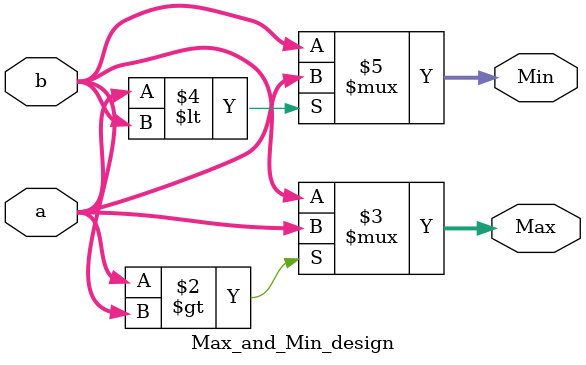
<source format=v>
`timescale 1ns / 1ps


module Max_and_Min_design(
    input [3:0]a,b,
    output reg [3:0]Max,Min
    );
//    assign Max = (a > b) ? a : b;
//    assign Min = (a < b) ? a : b;
    always @(*)begin
        Max = (a > b) ? a : b;
        Min = (a < b) ? a : b;
    end
endmodule

</source>
